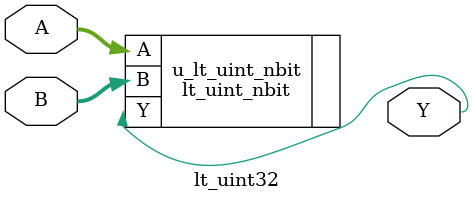
<source format=v>

module lt_uint32 #(
    parameter WIDTH = 32
)(
    input [WIDTH-1:0] A,
    input [WIDTH-1:0] B,
    output Y
);

    lt_uint_nbit #(
        .WIDTH(WIDTH)
    ) u_lt_uint_nbit (
        .A(A),
        .B(B),
        .Y(Y)
    );

endmodule
</source>
